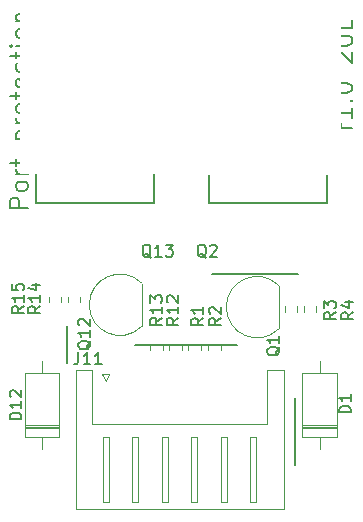
<source format=gbr>
G04 #@! TF.GenerationSoftware,KiCad,Pcbnew,(5.1.7)-1*
G04 #@! TF.CreationDate,2020-12-25T11:30:47+09:00*
G04 #@! TF.ProjectId,SolenoidProtectionCircuit,536f6c65-6e6f-4696-9450-726f74656374,rev?*
G04 #@! TF.SameCoordinates,Original*
G04 #@! TF.FileFunction,Legend,Top*
G04 #@! TF.FilePolarity,Positive*
%FSLAX46Y46*%
G04 Gerber Fmt 4.6, Leading zero omitted, Abs format (unit mm)*
G04 Created by KiCad (PCBNEW (5.1.7)-1) date 2020-12-25 11:30:47*
%MOMM*%
%LPD*%
G01*
G04 APERTURE LIST*
%ADD10C,0.200000*%
%ADD11C,0.120000*%
%ADD12C,0.150000*%
%ADD13O,1.700000X1.950000*%
%ADD14C,5.000000*%
%ADD15R,1.905000X2.000000*%
%ADD16O,1.905000X2.000000*%
%ADD17R,12.700000X14.000000*%
%ADD18R,1.500000X1.050000*%
%ADD19O,1.500000X1.050000*%
%ADD20O,2.200000X2.200000*%
%ADD21R,2.200000X2.200000*%
G04 APERTURE END LIST*
D10*
X114478571Y-76800000D02*
X113478571Y-76800000D01*
X113764285Y-76800000D02*
X113621428Y-76728571D01*
X113550000Y-76657142D01*
X113478571Y-76514285D01*
X113478571Y-76371428D01*
X114478571Y-75085714D02*
X114478571Y-75942857D01*
X114478571Y-75514285D02*
X112978571Y-75514285D01*
X113192857Y-75657142D01*
X113335714Y-75800000D01*
X113407142Y-75942857D01*
X114335714Y-74442857D02*
X114407142Y-74371428D01*
X114478571Y-74442857D01*
X114407142Y-74514285D01*
X114335714Y-74442857D01*
X114478571Y-74442857D01*
X112978571Y-73442857D02*
X112978571Y-73300000D01*
X113050000Y-73157142D01*
X113121428Y-73085714D01*
X113264285Y-73014285D01*
X113550000Y-72942857D01*
X113907142Y-72942857D01*
X114192857Y-73014285D01*
X114335714Y-73085714D01*
X114407142Y-73157142D01*
X114478571Y-73300000D01*
X114478571Y-73442857D01*
X114407142Y-73585714D01*
X114335714Y-73657142D01*
X114192857Y-73728571D01*
X113907142Y-73800000D01*
X113550000Y-73800000D01*
X113264285Y-73728571D01*
X113121428Y-73657142D01*
X113050000Y-73585714D01*
X112978571Y-73442857D01*
X113121428Y-71228571D02*
X113050000Y-71157142D01*
X112978571Y-71014285D01*
X112978571Y-70657142D01*
X113050000Y-70514285D01*
X113121428Y-70442857D01*
X113264285Y-70371428D01*
X113407142Y-70371428D01*
X113621428Y-70442857D01*
X114478571Y-71300000D01*
X114478571Y-70371428D01*
X112978571Y-69442857D02*
X112978571Y-69300000D01*
X113050000Y-69157142D01*
X113121428Y-69085714D01*
X113264285Y-69014285D01*
X113550000Y-68942857D01*
X113907142Y-68942857D01*
X114192857Y-69014285D01*
X114335714Y-69085714D01*
X114407142Y-69157142D01*
X114478571Y-69300000D01*
X114478571Y-69442857D01*
X114407142Y-69585714D01*
X114335714Y-69657142D01*
X114192857Y-69728571D01*
X113907142Y-69800000D01*
X113550000Y-69800000D01*
X113264285Y-69728571D01*
X113121428Y-69657142D01*
X113050000Y-69585714D01*
X112978571Y-69442857D01*
X114478571Y-67585714D02*
X114478571Y-68300000D01*
X112978571Y-68300000D01*
X86978571Y-83514285D02*
X85478571Y-83514285D01*
X85478571Y-82942857D01*
X85550000Y-82800000D01*
X85621428Y-82728571D01*
X85764285Y-82657142D01*
X85978571Y-82657142D01*
X86121428Y-82728571D01*
X86192857Y-82800000D01*
X86264285Y-82942857D01*
X86264285Y-83514285D01*
X86978571Y-81800000D02*
X86907142Y-81942857D01*
X86835714Y-82014285D01*
X86692857Y-82085714D01*
X86264285Y-82085714D01*
X86121428Y-82014285D01*
X86050000Y-81942857D01*
X85978571Y-81800000D01*
X85978571Y-81585714D01*
X86050000Y-81442857D01*
X86121428Y-81371428D01*
X86264285Y-81300000D01*
X86692857Y-81300000D01*
X86835714Y-81371428D01*
X86907142Y-81442857D01*
X86978571Y-81585714D01*
X86978571Y-81800000D01*
X86978571Y-80657142D02*
X85978571Y-80657142D01*
X86264285Y-80657142D02*
X86121428Y-80585714D01*
X86050000Y-80514285D01*
X85978571Y-80371428D01*
X85978571Y-80228571D01*
X85978571Y-79942857D02*
X85978571Y-79371428D01*
X85478571Y-79728571D02*
X86764285Y-79728571D01*
X86907142Y-79657142D01*
X86978571Y-79514285D01*
X86978571Y-79371428D01*
X85978571Y-77728571D02*
X87478571Y-77728571D01*
X86050000Y-77728571D02*
X85978571Y-77585714D01*
X85978571Y-77300000D01*
X86050000Y-77157142D01*
X86121428Y-77085714D01*
X86264285Y-77014285D01*
X86692857Y-77014285D01*
X86835714Y-77085714D01*
X86907142Y-77157142D01*
X86978571Y-77300000D01*
X86978571Y-77585714D01*
X86907142Y-77728571D01*
X86978571Y-76371428D02*
X85978571Y-76371428D01*
X86264285Y-76371428D02*
X86121428Y-76300000D01*
X86050000Y-76228571D01*
X85978571Y-76085714D01*
X85978571Y-75942857D01*
X86978571Y-75228571D02*
X86907142Y-75371428D01*
X86835714Y-75442857D01*
X86692857Y-75514285D01*
X86264285Y-75514285D01*
X86121428Y-75442857D01*
X86050000Y-75371428D01*
X85978571Y-75228571D01*
X85978571Y-75014285D01*
X86050000Y-74871428D01*
X86121428Y-74800000D01*
X86264285Y-74728571D01*
X86692857Y-74728571D01*
X86835714Y-74800000D01*
X86907142Y-74871428D01*
X86978571Y-75014285D01*
X86978571Y-75228571D01*
X85978571Y-74300000D02*
X85978571Y-73728571D01*
X85478571Y-74085714D02*
X86764285Y-74085714D01*
X86907142Y-74014285D01*
X86978571Y-73871428D01*
X86978571Y-73728571D01*
X86907142Y-72657142D02*
X86978571Y-72800000D01*
X86978571Y-73085714D01*
X86907142Y-73228571D01*
X86764285Y-73300000D01*
X86192857Y-73300000D01*
X86050000Y-73228571D01*
X85978571Y-73085714D01*
X85978571Y-72800000D01*
X86050000Y-72657142D01*
X86192857Y-72585714D01*
X86335714Y-72585714D01*
X86478571Y-73300000D01*
X86907142Y-71300000D02*
X86978571Y-71442857D01*
X86978571Y-71728571D01*
X86907142Y-71871428D01*
X86835714Y-71942857D01*
X86692857Y-72014285D01*
X86264285Y-72014285D01*
X86121428Y-71942857D01*
X86050000Y-71871428D01*
X85978571Y-71728571D01*
X85978571Y-71442857D01*
X86050000Y-71300000D01*
X85978571Y-70871428D02*
X85978571Y-70300000D01*
X85478571Y-70657142D02*
X86764285Y-70657142D01*
X86907142Y-70585714D01*
X86978571Y-70442857D01*
X86978571Y-70300000D01*
X86978571Y-69800000D02*
X85978571Y-69800000D01*
X85478571Y-69800000D02*
X85550000Y-69871428D01*
X85621428Y-69800000D01*
X85550000Y-69728571D01*
X85478571Y-69800000D01*
X85621428Y-69800000D01*
X86978571Y-68871428D02*
X86907142Y-69014285D01*
X86835714Y-69085714D01*
X86692857Y-69157142D01*
X86264285Y-69157142D01*
X86121428Y-69085714D01*
X86050000Y-69014285D01*
X85978571Y-68871428D01*
X85978571Y-68657142D01*
X86050000Y-68514285D01*
X86121428Y-68442857D01*
X86264285Y-68371428D01*
X86692857Y-68371428D01*
X86835714Y-68442857D01*
X86907142Y-68514285D01*
X86978571Y-68657142D01*
X86978571Y-68871428D01*
X85978571Y-67728571D02*
X86978571Y-67728571D01*
X86121428Y-67728571D02*
X86050000Y-67657142D01*
X85978571Y-67514285D01*
X85978571Y-67300000D01*
X86050000Y-67157142D01*
X86192857Y-67085714D01*
X86978571Y-67085714D01*
X102600000Y-89100000D02*
X109900000Y-89100000D01*
X90300000Y-96700000D02*
X90300000Y-93500000D01*
X104700000Y-95100000D02*
X96100000Y-95100000D01*
X109600000Y-99600000D02*
X109600000Y-105300000D01*
D11*
X93900000Y-97600000D02*
X93600000Y-98200000D01*
X93300000Y-97600000D02*
X93900000Y-97600000D01*
X93600000Y-98200000D02*
X93300000Y-97600000D01*
X106350000Y-102900000D02*
X105850000Y-102900000D01*
X106350000Y-108400000D02*
X106350000Y-102900000D01*
X105850000Y-108400000D02*
X106350000Y-108400000D01*
X105850000Y-102900000D02*
X105850000Y-108400000D01*
X103850000Y-102900000D02*
X103350000Y-102900000D01*
X103850000Y-108400000D02*
X103850000Y-102900000D01*
X103350000Y-108400000D02*
X103850000Y-108400000D01*
X103350000Y-102900000D02*
X103350000Y-108400000D01*
X101350000Y-102900000D02*
X100850000Y-102900000D01*
X101350000Y-108400000D02*
X101350000Y-102900000D01*
X100850000Y-108400000D02*
X101350000Y-108400000D01*
X100850000Y-102900000D02*
X100850000Y-108400000D01*
X98850000Y-102900000D02*
X98350000Y-102900000D01*
X98850000Y-108400000D02*
X98850000Y-102900000D01*
X98350000Y-108400000D02*
X98850000Y-108400000D01*
X98350000Y-102900000D02*
X98350000Y-108400000D01*
X96350000Y-102900000D02*
X95850000Y-102900000D01*
X96350000Y-108400000D02*
X96350000Y-102900000D01*
X95850000Y-108400000D02*
X96350000Y-108400000D01*
X95850000Y-102900000D02*
X95850000Y-108400000D01*
X93850000Y-102900000D02*
X93350000Y-102900000D01*
X93850000Y-108400000D02*
X93850000Y-102900000D01*
X93350000Y-108400000D02*
X93850000Y-108400000D01*
X93350000Y-102900000D02*
X93350000Y-108400000D01*
X107240000Y-101790000D02*
X99850000Y-101790000D01*
X107240000Y-97290000D02*
X107240000Y-101790000D01*
X108660000Y-97290000D02*
X107240000Y-97290000D01*
X108660000Y-109010000D02*
X108660000Y-97290000D01*
X99850000Y-109010000D02*
X108660000Y-109010000D01*
X92460000Y-101790000D02*
X99850000Y-101790000D01*
X92460000Y-97290000D02*
X92460000Y-101790000D01*
X91040000Y-97290000D02*
X92460000Y-97290000D01*
X91040000Y-109010000D02*
X91040000Y-97290000D01*
X99850000Y-109010000D02*
X91040000Y-109010000D01*
D10*
X97700000Y-67700000D02*
X87700000Y-67700000D01*
X92700000Y-83100000D02*
X87700000Y-83100000D01*
X92700000Y-83100000D02*
X97700000Y-83100000D01*
X87700000Y-83100000D02*
X87700000Y-67700000D01*
X97700000Y-83100000D02*
X97700000Y-67700000D01*
X97700000Y-74400000D02*
X87700000Y-74400000D01*
X112300000Y-67700000D02*
X102300000Y-67700000D01*
X107300000Y-83100000D02*
X102300000Y-83100000D01*
X107300000Y-83100000D02*
X112300000Y-83100000D01*
X102300000Y-83100000D02*
X102300000Y-67700000D01*
X112300000Y-83100000D02*
X112300000Y-67700000D01*
X112300000Y-74400000D02*
X102300000Y-74400000D01*
D11*
X110377500Y-91862742D02*
X110377500Y-92337258D01*
X111422500Y-91862742D02*
X111422500Y-92337258D01*
X109822500Y-91862742D02*
X109822500Y-92337258D01*
X108777500Y-91862742D02*
X108777500Y-92337258D01*
X102277500Y-95537258D02*
X102277500Y-95062742D01*
X103322500Y-95537258D02*
X103322500Y-95062742D01*
X101622500Y-95062742D02*
X101622500Y-95537258D01*
X100577500Y-95062742D02*
X100577500Y-95537258D01*
X108250000Y-93730000D02*
X108250000Y-90130000D01*
X108238478Y-90091522D02*
G75*
G03*
X103800000Y-91930000I-1838478J-1838478D01*
G01*
X108238478Y-93768478D02*
G75*
G02*
X103800000Y-91930000I-1838478J1838478D01*
G01*
X110230000Y-102940000D02*
X113170000Y-102940000D01*
X113170000Y-102940000D02*
X113170000Y-97500000D01*
X113170000Y-97500000D02*
X110230000Y-97500000D01*
X110230000Y-97500000D02*
X110230000Y-102940000D01*
X111700000Y-103960000D02*
X111700000Y-102940000D01*
X111700000Y-96480000D02*
X111700000Y-97500000D01*
X110230000Y-102040000D02*
X113170000Y-102040000D01*
X110230000Y-101920000D02*
X113170000Y-101920000D01*
X110230000Y-102160000D02*
X113170000Y-102160000D01*
X89822500Y-91062742D02*
X89822500Y-91537258D01*
X88777500Y-91062742D02*
X88777500Y-91537258D01*
X91422500Y-91062742D02*
X91422500Y-91537258D01*
X90377500Y-91062742D02*
X90377500Y-91537258D01*
X97377500Y-95537258D02*
X97377500Y-95062742D01*
X98422500Y-95537258D02*
X98422500Y-95062742D01*
X100022500Y-95062742D02*
X100022500Y-95537258D01*
X98977500Y-95062742D02*
X98977500Y-95537258D01*
X96650000Y-93530000D02*
X96650000Y-89930000D01*
X96638478Y-89891522D02*
G75*
G03*
X92200000Y-91730000I-1838478J-1838478D01*
G01*
X96638478Y-93568478D02*
G75*
G02*
X92200000Y-91730000I-1838478J1838478D01*
G01*
X86730000Y-102940000D02*
X89670000Y-102940000D01*
X89670000Y-102940000D02*
X89670000Y-97500000D01*
X89670000Y-97500000D02*
X86730000Y-97500000D01*
X86730000Y-97500000D02*
X86730000Y-102940000D01*
X88200000Y-103960000D02*
X88200000Y-102940000D01*
X88200000Y-96480000D02*
X88200000Y-97500000D01*
X86730000Y-102040000D02*
X89670000Y-102040000D01*
X86730000Y-101920000D02*
X89670000Y-101920000D01*
X86730000Y-102160000D02*
X89670000Y-102160000D01*
D12*
X91290476Y-95752380D02*
X91290476Y-96466666D01*
X91242857Y-96609523D01*
X91147619Y-96704761D01*
X91004761Y-96752380D01*
X90909523Y-96752380D01*
X92290476Y-96752380D02*
X91719047Y-96752380D01*
X92004761Y-96752380D02*
X92004761Y-95752380D01*
X91909523Y-95895238D01*
X91814285Y-95990476D01*
X91719047Y-96038095D01*
X93242857Y-96752380D02*
X92671428Y-96752380D01*
X92957142Y-96752380D02*
X92957142Y-95752380D01*
X92861904Y-95895238D01*
X92766666Y-95990476D01*
X92671428Y-96038095D01*
X97428571Y-87747619D02*
X97333333Y-87700000D01*
X97238095Y-87604761D01*
X97095238Y-87461904D01*
X97000000Y-87414285D01*
X96904761Y-87414285D01*
X96952380Y-87652380D02*
X96857142Y-87604761D01*
X96761904Y-87509523D01*
X96714285Y-87319047D01*
X96714285Y-86985714D01*
X96761904Y-86795238D01*
X96857142Y-86700000D01*
X96952380Y-86652380D01*
X97142857Y-86652380D01*
X97238095Y-86700000D01*
X97333333Y-86795238D01*
X97380952Y-86985714D01*
X97380952Y-87319047D01*
X97333333Y-87509523D01*
X97238095Y-87604761D01*
X97142857Y-87652380D01*
X96952380Y-87652380D01*
X98333333Y-87652380D02*
X97761904Y-87652380D01*
X98047619Y-87652380D02*
X98047619Y-86652380D01*
X97952380Y-86795238D01*
X97857142Y-86890476D01*
X97761904Y-86938095D01*
X98666666Y-86652380D02*
X99285714Y-86652380D01*
X98952380Y-87033333D01*
X99095238Y-87033333D01*
X99190476Y-87080952D01*
X99238095Y-87128571D01*
X99285714Y-87223809D01*
X99285714Y-87461904D01*
X99238095Y-87557142D01*
X99190476Y-87604761D01*
X99095238Y-87652380D01*
X98809523Y-87652380D01*
X98714285Y-87604761D01*
X98666666Y-87557142D01*
X102104761Y-87747619D02*
X102009523Y-87700000D01*
X101914285Y-87604761D01*
X101771428Y-87461904D01*
X101676190Y-87414285D01*
X101580952Y-87414285D01*
X101628571Y-87652380D02*
X101533333Y-87604761D01*
X101438095Y-87509523D01*
X101390476Y-87319047D01*
X101390476Y-86985714D01*
X101438095Y-86795238D01*
X101533333Y-86700000D01*
X101628571Y-86652380D01*
X101819047Y-86652380D01*
X101914285Y-86700000D01*
X102009523Y-86795238D01*
X102057142Y-86985714D01*
X102057142Y-87319047D01*
X102009523Y-87509523D01*
X101914285Y-87604761D01*
X101819047Y-87652380D01*
X101628571Y-87652380D01*
X102438095Y-86747619D02*
X102485714Y-86700000D01*
X102580952Y-86652380D01*
X102819047Y-86652380D01*
X102914285Y-86700000D01*
X102961904Y-86747619D01*
X103009523Y-86842857D01*
X103009523Y-86938095D01*
X102961904Y-87080952D01*
X102390476Y-87652380D01*
X103009523Y-87652380D01*
X114552380Y-92366666D02*
X114076190Y-92700000D01*
X114552380Y-92938095D02*
X113552380Y-92938095D01*
X113552380Y-92557142D01*
X113600000Y-92461904D01*
X113647619Y-92414285D01*
X113742857Y-92366666D01*
X113885714Y-92366666D01*
X113980952Y-92414285D01*
X114028571Y-92461904D01*
X114076190Y-92557142D01*
X114076190Y-92938095D01*
X113885714Y-91509523D02*
X114552380Y-91509523D01*
X113504761Y-91747619D02*
X114219047Y-91985714D01*
X114219047Y-91366666D01*
X113052380Y-92366666D02*
X112576190Y-92700000D01*
X113052380Y-92938095D02*
X112052380Y-92938095D01*
X112052380Y-92557142D01*
X112100000Y-92461904D01*
X112147619Y-92414285D01*
X112242857Y-92366666D01*
X112385714Y-92366666D01*
X112480952Y-92414285D01*
X112528571Y-92461904D01*
X112576190Y-92557142D01*
X112576190Y-92938095D01*
X112052380Y-92033333D02*
X112052380Y-91414285D01*
X112433333Y-91747619D01*
X112433333Y-91604761D01*
X112480952Y-91509523D01*
X112528571Y-91461904D01*
X112623809Y-91414285D01*
X112861904Y-91414285D01*
X112957142Y-91461904D01*
X113004761Y-91509523D01*
X113052380Y-91604761D01*
X113052380Y-91890476D01*
X113004761Y-91985714D01*
X112957142Y-92033333D01*
X103352380Y-92866666D02*
X102876190Y-93200000D01*
X103352380Y-93438095D02*
X102352380Y-93438095D01*
X102352380Y-93057142D01*
X102400000Y-92961904D01*
X102447619Y-92914285D01*
X102542857Y-92866666D01*
X102685714Y-92866666D01*
X102780952Y-92914285D01*
X102828571Y-92961904D01*
X102876190Y-93057142D01*
X102876190Y-93438095D01*
X102447619Y-92485714D02*
X102400000Y-92438095D01*
X102352380Y-92342857D01*
X102352380Y-92104761D01*
X102400000Y-92009523D01*
X102447619Y-91961904D01*
X102542857Y-91914285D01*
X102638095Y-91914285D01*
X102780952Y-91961904D01*
X103352380Y-92533333D01*
X103352380Y-91914285D01*
X101852380Y-92866666D02*
X101376190Y-93200000D01*
X101852380Y-93438095D02*
X100852380Y-93438095D01*
X100852380Y-93057142D01*
X100900000Y-92961904D01*
X100947619Y-92914285D01*
X101042857Y-92866666D01*
X101185714Y-92866666D01*
X101280952Y-92914285D01*
X101328571Y-92961904D01*
X101376190Y-93057142D01*
X101376190Y-93438095D01*
X101852380Y-91914285D02*
X101852380Y-92485714D01*
X101852380Y-92200000D02*
X100852380Y-92200000D01*
X100995238Y-92295238D01*
X101090476Y-92390476D01*
X101138095Y-92485714D01*
X108347619Y-95295238D02*
X108300000Y-95390476D01*
X108204761Y-95485714D01*
X108061904Y-95628571D01*
X108014285Y-95723809D01*
X108014285Y-95819047D01*
X108252380Y-95771428D02*
X108204761Y-95866666D01*
X108109523Y-95961904D01*
X107919047Y-96009523D01*
X107585714Y-96009523D01*
X107395238Y-95961904D01*
X107300000Y-95866666D01*
X107252380Y-95771428D01*
X107252380Y-95580952D01*
X107300000Y-95485714D01*
X107395238Y-95390476D01*
X107585714Y-95342857D01*
X107919047Y-95342857D01*
X108109523Y-95390476D01*
X108204761Y-95485714D01*
X108252380Y-95580952D01*
X108252380Y-95771428D01*
X108252380Y-94390476D02*
X108252380Y-94961904D01*
X108252380Y-94676190D02*
X107252380Y-94676190D01*
X107395238Y-94771428D01*
X107490476Y-94866666D01*
X107538095Y-94961904D01*
X114352380Y-100838095D02*
X113352380Y-100838095D01*
X113352380Y-100600000D01*
X113400000Y-100457142D01*
X113495238Y-100361904D01*
X113590476Y-100314285D01*
X113780952Y-100266666D01*
X113923809Y-100266666D01*
X114114285Y-100314285D01*
X114209523Y-100361904D01*
X114304761Y-100457142D01*
X114352380Y-100600000D01*
X114352380Y-100838095D01*
X114352380Y-99314285D02*
X114352380Y-99885714D01*
X114352380Y-99600000D02*
X113352380Y-99600000D01*
X113495238Y-99695238D01*
X113590476Y-99790476D01*
X113638095Y-99885714D01*
X86652380Y-91842857D02*
X86176190Y-92176190D01*
X86652380Y-92414285D02*
X85652380Y-92414285D01*
X85652380Y-92033333D01*
X85700000Y-91938095D01*
X85747619Y-91890476D01*
X85842857Y-91842857D01*
X85985714Y-91842857D01*
X86080952Y-91890476D01*
X86128571Y-91938095D01*
X86176190Y-92033333D01*
X86176190Y-92414285D01*
X86652380Y-90890476D02*
X86652380Y-91461904D01*
X86652380Y-91176190D02*
X85652380Y-91176190D01*
X85795238Y-91271428D01*
X85890476Y-91366666D01*
X85938095Y-91461904D01*
X85652380Y-89985714D02*
X85652380Y-90461904D01*
X86128571Y-90509523D01*
X86080952Y-90461904D01*
X86033333Y-90366666D01*
X86033333Y-90128571D01*
X86080952Y-90033333D01*
X86128571Y-89985714D01*
X86223809Y-89938095D01*
X86461904Y-89938095D01*
X86557142Y-89985714D01*
X86604761Y-90033333D01*
X86652380Y-90128571D01*
X86652380Y-90366666D01*
X86604761Y-90461904D01*
X86557142Y-90509523D01*
X88052380Y-91842857D02*
X87576190Y-92176190D01*
X88052380Y-92414285D02*
X87052380Y-92414285D01*
X87052380Y-92033333D01*
X87100000Y-91938095D01*
X87147619Y-91890476D01*
X87242857Y-91842857D01*
X87385714Y-91842857D01*
X87480952Y-91890476D01*
X87528571Y-91938095D01*
X87576190Y-92033333D01*
X87576190Y-92414285D01*
X88052380Y-90890476D02*
X88052380Y-91461904D01*
X88052380Y-91176190D02*
X87052380Y-91176190D01*
X87195238Y-91271428D01*
X87290476Y-91366666D01*
X87338095Y-91461904D01*
X87385714Y-90033333D02*
X88052380Y-90033333D01*
X87004761Y-90271428D02*
X87719047Y-90509523D01*
X87719047Y-89890476D01*
X98352380Y-92842857D02*
X97876190Y-93176190D01*
X98352380Y-93414285D02*
X97352380Y-93414285D01*
X97352380Y-93033333D01*
X97400000Y-92938095D01*
X97447619Y-92890476D01*
X97542857Y-92842857D01*
X97685714Y-92842857D01*
X97780952Y-92890476D01*
X97828571Y-92938095D01*
X97876190Y-93033333D01*
X97876190Y-93414285D01*
X98352380Y-91890476D02*
X98352380Y-92461904D01*
X98352380Y-92176190D02*
X97352380Y-92176190D01*
X97495238Y-92271428D01*
X97590476Y-92366666D01*
X97638095Y-92461904D01*
X97352380Y-91557142D02*
X97352380Y-90938095D01*
X97733333Y-91271428D01*
X97733333Y-91128571D01*
X97780952Y-91033333D01*
X97828571Y-90985714D01*
X97923809Y-90938095D01*
X98161904Y-90938095D01*
X98257142Y-90985714D01*
X98304761Y-91033333D01*
X98352380Y-91128571D01*
X98352380Y-91414285D01*
X98304761Y-91509523D01*
X98257142Y-91557142D01*
X99752380Y-92842857D02*
X99276190Y-93176190D01*
X99752380Y-93414285D02*
X98752380Y-93414285D01*
X98752380Y-93033333D01*
X98800000Y-92938095D01*
X98847619Y-92890476D01*
X98942857Y-92842857D01*
X99085714Y-92842857D01*
X99180952Y-92890476D01*
X99228571Y-92938095D01*
X99276190Y-93033333D01*
X99276190Y-93414285D01*
X99752380Y-91890476D02*
X99752380Y-92461904D01*
X99752380Y-92176190D02*
X98752380Y-92176190D01*
X98895238Y-92271428D01*
X98990476Y-92366666D01*
X99038095Y-92461904D01*
X98847619Y-91509523D02*
X98800000Y-91461904D01*
X98752380Y-91366666D01*
X98752380Y-91128571D01*
X98800000Y-91033333D01*
X98847619Y-90985714D01*
X98942857Y-90938095D01*
X99038095Y-90938095D01*
X99180952Y-90985714D01*
X99752380Y-91557142D01*
X99752380Y-90938095D01*
X92347619Y-94771428D02*
X92300000Y-94866666D01*
X92204761Y-94961904D01*
X92061904Y-95104761D01*
X92014285Y-95200000D01*
X92014285Y-95295238D01*
X92252380Y-95247619D02*
X92204761Y-95342857D01*
X92109523Y-95438095D01*
X91919047Y-95485714D01*
X91585714Y-95485714D01*
X91395238Y-95438095D01*
X91300000Y-95342857D01*
X91252380Y-95247619D01*
X91252380Y-95057142D01*
X91300000Y-94961904D01*
X91395238Y-94866666D01*
X91585714Y-94819047D01*
X91919047Y-94819047D01*
X92109523Y-94866666D01*
X92204761Y-94961904D01*
X92252380Y-95057142D01*
X92252380Y-95247619D01*
X92252380Y-93866666D02*
X92252380Y-94438095D01*
X92252380Y-94152380D02*
X91252380Y-94152380D01*
X91395238Y-94247619D01*
X91490476Y-94342857D01*
X91538095Y-94438095D01*
X91347619Y-93485714D02*
X91300000Y-93438095D01*
X91252380Y-93342857D01*
X91252380Y-93104761D01*
X91300000Y-93009523D01*
X91347619Y-92961904D01*
X91442857Y-92914285D01*
X91538095Y-92914285D01*
X91680952Y-92961904D01*
X92252380Y-93533333D01*
X92252380Y-92914285D01*
X86452380Y-101434285D02*
X85452380Y-101434285D01*
X85452380Y-101196190D01*
X85500000Y-101053333D01*
X85595238Y-100958095D01*
X85690476Y-100910476D01*
X85880952Y-100862857D01*
X86023809Y-100862857D01*
X86214285Y-100910476D01*
X86309523Y-100958095D01*
X86404761Y-101053333D01*
X86452380Y-101196190D01*
X86452380Y-101434285D01*
X86452380Y-99910476D02*
X86452380Y-100481904D01*
X86452380Y-100196190D02*
X85452380Y-100196190D01*
X85595238Y-100291428D01*
X85690476Y-100386666D01*
X85738095Y-100481904D01*
X85547619Y-99529523D02*
X85500000Y-99481904D01*
X85452380Y-99386666D01*
X85452380Y-99148571D01*
X85500000Y-99053333D01*
X85547619Y-99005714D01*
X85642857Y-98958095D01*
X85738095Y-98958095D01*
X85880952Y-99005714D01*
X86452380Y-99577142D01*
X86452380Y-98958095D01*
%LPC*%
D13*
X106100000Y-99700000D03*
X103600000Y-99700000D03*
X101100000Y-99700000D03*
X98600000Y-99700000D03*
X96100000Y-99700000D03*
G36*
G01*
X92750000Y-100425000D02*
X92750000Y-98975000D01*
G75*
G02*
X93000000Y-98725000I250000J0D01*
G01*
X94200000Y-98725000D01*
G75*
G02*
X94450000Y-98975000I0J-250000D01*
G01*
X94450000Y-100425000D01*
G75*
G02*
X94200000Y-100675000I-250000J0D01*
G01*
X93000000Y-100675000D01*
G75*
G02*
X92750000Y-100425000I0J250000D01*
G01*
G37*
D14*
X92700000Y-70700000D03*
D15*
X90160000Y-87100000D03*
D16*
X95240000Y-87100000D03*
X92700000Y-87100000D03*
D17*
X92700000Y-73700000D03*
D14*
X107300000Y-70700000D03*
D15*
X104760000Y-87100000D03*
D16*
X109840000Y-87100000D03*
X107300000Y-87100000D03*
D17*
X107200000Y-73800000D03*
G36*
G01*
X110625000Y-90875000D02*
X111175000Y-90875000D01*
G75*
G02*
X111375000Y-91075000I0J-200000D01*
G01*
X111375000Y-91475000D01*
G75*
G02*
X111175000Y-91675000I-200000J0D01*
G01*
X110625000Y-91675000D01*
G75*
G02*
X110425000Y-91475000I0J200000D01*
G01*
X110425000Y-91075000D01*
G75*
G02*
X110625000Y-90875000I200000J0D01*
G01*
G37*
G36*
G01*
X110625000Y-92525000D02*
X111175000Y-92525000D01*
G75*
G02*
X111375000Y-92725000I0J-200000D01*
G01*
X111375000Y-93125000D01*
G75*
G02*
X111175000Y-93325000I-200000J0D01*
G01*
X110625000Y-93325000D01*
G75*
G02*
X110425000Y-93125000I0J200000D01*
G01*
X110425000Y-92725000D01*
G75*
G02*
X110625000Y-92525000I200000J0D01*
G01*
G37*
G36*
G01*
X109025000Y-92525000D02*
X109575000Y-92525000D01*
G75*
G02*
X109775000Y-92725000I0J-200000D01*
G01*
X109775000Y-93125000D01*
G75*
G02*
X109575000Y-93325000I-200000J0D01*
G01*
X109025000Y-93325000D01*
G75*
G02*
X108825000Y-93125000I0J200000D01*
G01*
X108825000Y-92725000D01*
G75*
G02*
X109025000Y-92525000I200000J0D01*
G01*
G37*
G36*
G01*
X109025000Y-90875000D02*
X109575000Y-90875000D01*
G75*
G02*
X109775000Y-91075000I0J-200000D01*
G01*
X109775000Y-91475000D01*
G75*
G02*
X109575000Y-91675000I-200000J0D01*
G01*
X109025000Y-91675000D01*
G75*
G02*
X108825000Y-91475000I0J200000D01*
G01*
X108825000Y-91075000D01*
G75*
G02*
X109025000Y-90875000I200000J0D01*
G01*
G37*
G36*
G01*
X103075000Y-94875000D02*
X102525000Y-94875000D01*
G75*
G02*
X102325000Y-94675000I0J200000D01*
G01*
X102325000Y-94275000D01*
G75*
G02*
X102525000Y-94075000I200000J0D01*
G01*
X103075000Y-94075000D01*
G75*
G02*
X103275000Y-94275000I0J-200000D01*
G01*
X103275000Y-94675000D01*
G75*
G02*
X103075000Y-94875000I-200000J0D01*
G01*
G37*
G36*
G01*
X103075000Y-96525000D02*
X102525000Y-96525000D01*
G75*
G02*
X102325000Y-96325000I0J200000D01*
G01*
X102325000Y-95925000D01*
G75*
G02*
X102525000Y-95725000I200000J0D01*
G01*
X103075000Y-95725000D01*
G75*
G02*
X103275000Y-95925000I0J-200000D01*
G01*
X103275000Y-96325000D01*
G75*
G02*
X103075000Y-96525000I-200000J0D01*
G01*
G37*
G36*
G01*
X100825000Y-95725000D02*
X101375000Y-95725000D01*
G75*
G02*
X101575000Y-95925000I0J-200000D01*
G01*
X101575000Y-96325000D01*
G75*
G02*
X101375000Y-96525000I-200000J0D01*
G01*
X100825000Y-96525000D01*
G75*
G02*
X100625000Y-96325000I0J200000D01*
G01*
X100625000Y-95925000D01*
G75*
G02*
X100825000Y-95725000I200000J0D01*
G01*
G37*
G36*
G01*
X100825000Y-94075000D02*
X101375000Y-94075000D01*
G75*
G02*
X101575000Y-94275000I0J-200000D01*
G01*
X101575000Y-94675000D01*
G75*
G02*
X101375000Y-94875000I-200000J0D01*
G01*
X100825000Y-94875000D01*
G75*
G02*
X100625000Y-94675000I0J200000D01*
G01*
X100625000Y-94275000D01*
G75*
G02*
X100825000Y-94075000I200000J0D01*
G01*
G37*
D18*
X106400000Y-93200000D03*
D19*
X106400000Y-90660000D03*
X106400000Y-91930000D03*
D20*
X111700000Y-95140000D03*
D21*
X111700000Y-105300000D03*
G36*
G01*
X89025000Y-91725000D02*
X89575000Y-91725000D01*
G75*
G02*
X89775000Y-91925000I0J-200000D01*
G01*
X89775000Y-92325000D01*
G75*
G02*
X89575000Y-92525000I-200000J0D01*
G01*
X89025000Y-92525000D01*
G75*
G02*
X88825000Y-92325000I0J200000D01*
G01*
X88825000Y-91925000D01*
G75*
G02*
X89025000Y-91725000I200000J0D01*
G01*
G37*
G36*
G01*
X89025000Y-90075000D02*
X89575000Y-90075000D01*
G75*
G02*
X89775000Y-90275000I0J-200000D01*
G01*
X89775000Y-90675000D01*
G75*
G02*
X89575000Y-90875000I-200000J0D01*
G01*
X89025000Y-90875000D01*
G75*
G02*
X88825000Y-90675000I0J200000D01*
G01*
X88825000Y-90275000D01*
G75*
G02*
X89025000Y-90075000I200000J0D01*
G01*
G37*
G36*
G01*
X90625000Y-91725000D02*
X91175000Y-91725000D01*
G75*
G02*
X91375000Y-91925000I0J-200000D01*
G01*
X91375000Y-92325000D01*
G75*
G02*
X91175000Y-92525000I-200000J0D01*
G01*
X90625000Y-92525000D01*
G75*
G02*
X90425000Y-92325000I0J200000D01*
G01*
X90425000Y-91925000D01*
G75*
G02*
X90625000Y-91725000I200000J0D01*
G01*
G37*
G36*
G01*
X90625000Y-90075000D02*
X91175000Y-90075000D01*
G75*
G02*
X91375000Y-90275000I0J-200000D01*
G01*
X91375000Y-90675000D01*
G75*
G02*
X91175000Y-90875000I-200000J0D01*
G01*
X90625000Y-90875000D01*
G75*
G02*
X90425000Y-90675000I0J200000D01*
G01*
X90425000Y-90275000D01*
G75*
G02*
X90625000Y-90075000I200000J0D01*
G01*
G37*
G36*
G01*
X98175000Y-94875000D02*
X97625000Y-94875000D01*
G75*
G02*
X97425000Y-94675000I0J200000D01*
G01*
X97425000Y-94275000D01*
G75*
G02*
X97625000Y-94075000I200000J0D01*
G01*
X98175000Y-94075000D01*
G75*
G02*
X98375000Y-94275000I0J-200000D01*
G01*
X98375000Y-94675000D01*
G75*
G02*
X98175000Y-94875000I-200000J0D01*
G01*
G37*
G36*
G01*
X98175000Y-96525000D02*
X97625000Y-96525000D01*
G75*
G02*
X97425000Y-96325000I0J200000D01*
G01*
X97425000Y-95925000D01*
G75*
G02*
X97625000Y-95725000I200000J0D01*
G01*
X98175000Y-95725000D01*
G75*
G02*
X98375000Y-95925000I0J-200000D01*
G01*
X98375000Y-96325000D01*
G75*
G02*
X98175000Y-96525000I-200000J0D01*
G01*
G37*
G36*
G01*
X99225000Y-95725000D02*
X99775000Y-95725000D01*
G75*
G02*
X99975000Y-95925000I0J-200000D01*
G01*
X99975000Y-96325000D01*
G75*
G02*
X99775000Y-96525000I-200000J0D01*
G01*
X99225000Y-96525000D01*
G75*
G02*
X99025000Y-96325000I0J200000D01*
G01*
X99025000Y-95925000D01*
G75*
G02*
X99225000Y-95725000I200000J0D01*
G01*
G37*
G36*
G01*
X99225000Y-94075000D02*
X99775000Y-94075000D01*
G75*
G02*
X99975000Y-94275000I0J-200000D01*
G01*
X99975000Y-94675000D01*
G75*
G02*
X99775000Y-94875000I-200000J0D01*
G01*
X99225000Y-94875000D01*
G75*
G02*
X99025000Y-94675000I0J200000D01*
G01*
X99025000Y-94275000D01*
G75*
G02*
X99225000Y-94075000I200000J0D01*
G01*
G37*
D18*
X94800000Y-93000000D03*
D19*
X94800000Y-90460000D03*
X94800000Y-91730000D03*
D20*
X88200000Y-95140000D03*
D21*
X88200000Y-105300000D03*
M02*

</source>
